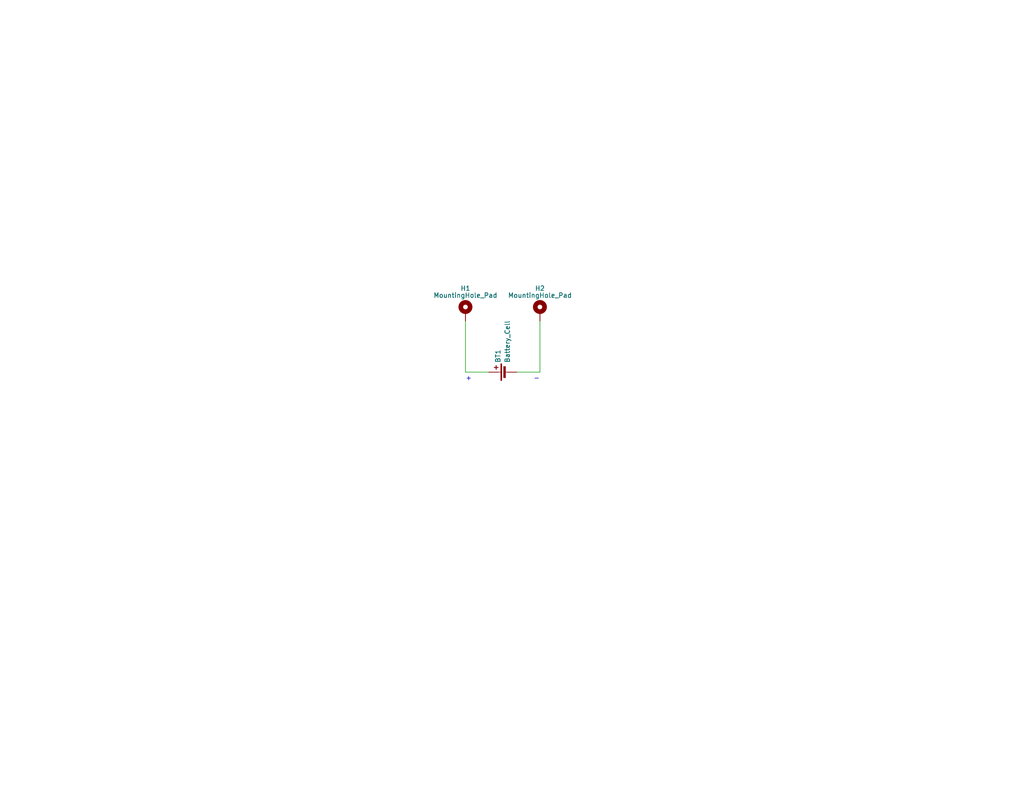
<source format=kicad_sch>
(kicad_sch (version 20231120) (generator "eeschema") (generator_version "8.0")
  (paper "A")
  (title_block (title "18650 Adapter for Maynuo M9812 DC Electronic Load ") (date "2024-06-11") (company "Perry Leumas"))
  (lib_symbols
    (symbol "Device:Battery_Cell" (pin_numbers hide) (pin_names (offset 0) hide)
      (property "Reference" "BT" (at 2.54 2.54 0))
      (property "Value" "Battery_Cell" (at 2.54 0 0))
      (symbol "Battery_Cell_0_1"
        (rectangle (start -2.286 1.778) (end 2.286 1.524) (fill (type outline)))
        (rectangle (start -1.524 1.016) (end 1.524 0.508) (fill (type outline)))
        (polyline (pts (xy 0 0.762) (xy 0 0)))
        (polyline (pts (xy 0 1.778) (xy 0 2.54)))
        (polyline (pts (xy 0.762 3.048) (xy 1.778 3.048)) (stroke (width 0.254)))
        (polyline (pts (xy 1.27 3.556) (xy 1.27 2.54)) (stroke (width 0.254)))
      )
      (symbol "Battery_Cell_1_1"
        (pin passive line (at 0 5.08 270) (length 2.54) (name "+") (number "1"))
        (pin passive line (at 0 -2.54 90) (length 2.54) (name "-") (number "2"))
      )
    )
    (symbol "Mechanical:MountingHole_Pad" (pin_numbers hide) (pin_names (offset 1.016) hide)
      (property "Reference" "H" (at 0 6.35 0))
      (property "Value" "MountingHole_Pad" (at 0 4.445 0))
      (symbol "MountingHole_Pad_0_1"
        (circle (center 0 1.27) (radius 1.27) (stroke (width 1.27)))
      )
      (symbol "MountingHole_Pad_1_1"
        (pin input line (at 0 -2.54 90) (length 2.54) (name "1") (number "1"))
      )
    )
  )
  (wire (pts (xy 127 101.6) (xy 127 87.63)))
  (wire (pts (xy 140.97 101.6) (xy 147.32 101.6)))
  (wire (pts (xy 147.32 101.6) (xy 147.32 87.63)))
  (wire (pts (xy 127 101.6) (xy 133.35 101.6)))
  (text "+" (at 127 104.14 0) (effects (font (size 1.27 1.27)) (justify left bottom)))
  (text "-" (at 147.32 104.14 0) (effects (font (size 1.27 1.27)) (justify right bottom)))
  (symbol (lib_id "Mechanical:MountingHole_Pad") (at 127 85.09 0) (unit 1)
    (property "Reference" "H1" (at 127 78.74 0))
    (property "Value" "MountingHole_Pad" (at 127 80.645 0))
    (property "Footprint" "MountingHole:MountingHole_6.4mm_M6_DIN965_Pad" (effects (hide yes)))
  )
  (symbol (lib_id "Mechanical:MountingHole_Pad") (at 147.32 85.09 0) (unit 1)
    (property "Reference" "H2" (at 147.32 78.74 0))
    (property "Value" "MountingHole_Pad" (at 147.32 80.645 0))
    (property "Footprint" "MountingHole:MountingHole_6.4mm_M6_DIN965_Pad" (effects (hide yes)))
  )
  (symbol (lib_id "Device:Battery_Cell") (at 138.43 101.6 90) (unit 1)
    (property "Reference" "BT1" (at 135.89 99.06 0) (effects (justify left)))
    (property "Value" "Battery_Cell" (at 138.43 99.06 0) (effects (justify left)))
    (property "Footprint" "pl_Battery:18650_battery_holder_PCB_Pins" (effects (hide yes)))
    (property "Description" "Single-cell battery" (effects (hide yes)))
  )
)
</source>
